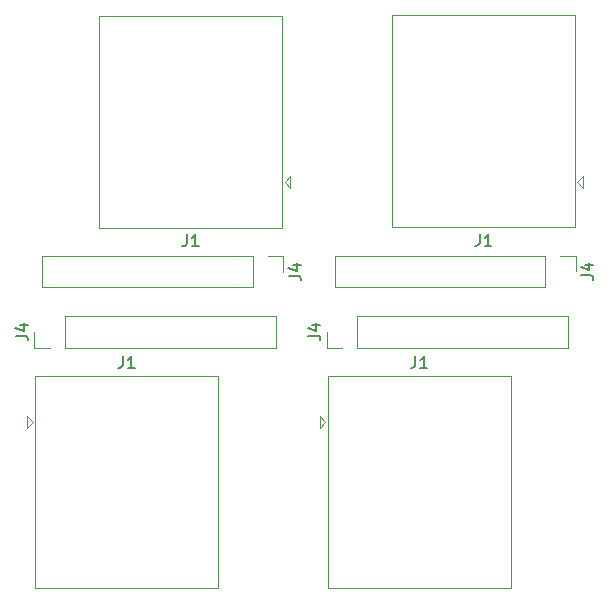
<source format=gbr>
%TF.GenerationSoftware,KiCad,Pcbnew,7.0.9*%
%TF.CreationDate,2024-06-08T10:48:36-04:00*%
%TF.ProjectId,8P breakout header,38502062-7265-4616-9b6f-757420686561,rev?*%
%TF.SameCoordinates,Original*%
%TF.FileFunction,Legend,Top*%
%TF.FilePolarity,Positive*%
%FSLAX46Y46*%
G04 Gerber Fmt 4.6, Leading zero omitted, Abs format (unit mm)*
G04 Created by KiCad (PCBNEW 7.0.9) date 2024-06-08 10:48:36*
%MOMM*%
%LPD*%
G01*
G04 APERTURE LIST*
%ADD10C,0.150000*%
%ADD11C,0.120000*%
G04 APERTURE END LIST*
D10*
X185064819Y-94968333D02*
X185779104Y-94968333D01*
X185779104Y-94968333D02*
X185921961Y-95015952D01*
X185921961Y-95015952D02*
X186017200Y-95111190D01*
X186017200Y-95111190D02*
X186064819Y-95254047D01*
X186064819Y-95254047D02*
X186064819Y-95349285D01*
X185398152Y-94063571D02*
X186064819Y-94063571D01*
X185017200Y-94301666D02*
X185731485Y-94539761D01*
X185731485Y-94539761D02*
X185731485Y-93920714D01*
X194119166Y-96689819D02*
X194119166Y-97404104D01*
X194119166Y-97404104D02*
X194071547Y-97546961D01*
X194071547Y-97546961D02*
X193976309Y-97642200D01*
X193976309Y-97642200D02*
X193833452Y-97689819D01*
X193833452Y-97689819D02*
X193738214Y-97689819D01*
X195119166Y-97689819D02*
X194547738Y-97689819D01*
X194833452Y-97689819D02*
X194833452Y-96689819D01*
X194833452Y-96689819D02*
X194738214Y-96832676D01*
X194738214Y-96832676D02*
X194642976Y-96927914D01*
X194642976Y-96927914D02*
X194547738Y-96975533D01*
X160299819Y-94968333D02*
X161014104Y-94968333D01*
X161014104Y-94968333D02*
X161156961Y-95015952D01*
X161156961Y-95015952D02*
X161252200Y-95111190D01*
X161252200Y-95111190D02*
X161299819Y-95254047D01*
X161299819Y-95254047D02*
X161299819Y-95349285D01*
X160633152Y-94063571D02*
X161299819Y-94063571D01*
X160252200Y-94301666D02*
X160966485Y-94539761D01*
X160966485Y-94539761D02*
X160966485Y-93920714D01*
X169354166Y-96689819D02*
X169354166Y-97404104D01*
X169354166Y-97404104D02*
X169306547Y-97546961D01*
X169306547Y-97546961D02*
X169211309Y-97642200D01*
X169211309Y-97642200D02*
X169068452Y-97689819D01*
X169068452Y-97689819D02*
X168973214Y-97689819D01*
X170354166Y-97689819D02*
X169782738Y-97689819D01*
X170068452Y-97689819D02*
X170068452Y-96689819D01*
X170068452Y-96689819D02*
X169973214Y-96832676D01*
X169973214Y-96832676D02*
X169877976Y-96927914D01*
X169877976Y-96927914D02*
X169782738Y-96975533D01*
X208179819Y-89848333D02*
X208894104Y-89848333D01*
X208894104Y-89848333D02*
X209036961Y-89895952D01*
X209036961Y-89895952D02*
X209132200Y-89991190D01*
X209132200Y-89991190D02*
X209179819Y-90134047D01*
X209179819Y-90134047D02*
X209179819Y-90229285D01*
X208513152Y-88943571D02*
X209179819Y-88943571D01*
X208132200Y-89181666D02*
X208846485Y-89419761D01*
X208846485Y-89419761D02*
X208846485Y-88800714D01*
X199549166Y-86369819D02*
X199549166Y-87084104D01*
X199549166Y-87084104D02*
X199501547Y-87226961D01*
X199501547Y-87226961D02*
X199406309Y-87322200D01*
X199406309Y-87322200D02*
X199263452Y-87369819D01*
X199263452Y-87369819D02*
X199168214Y-87369819D01*
X200549166Y-87369819D02*
X199977738Y-87369819D01*
X200263452Y-87369819D02*
X200263452Y-86369819D01*
X200263452Y-86369819D02*
X200168214Y-86512676D01*
X200168214Y-86512676D02*
X200072976Y-86607914D01*
X200072976Y-86607914D02*
X199977738Y-86655533D01*
X183394819Y-89868333D02*
X184109104Y-89868333D01*
X184109104Y-89868333D02*
X184251961Y-89915952D01*
X184251961Y-89915952D02*
X184347200Y-90011190D01*
X184347200Y-90011190D02*
X184394819Y-90154047D01*
X184394819Y-90154047D02*
X184394819Y-90249285D01*
X183728152Y-88963571D02*
X184394819Y-88963571D01*
X183347200Y-89201666D02*
X184061485Y-89439761D01*
X184061485Y-89439761D02*
X184061485Y-88820714D01*
X174764166Y-86389819D02*
X174764166Y-87104104D01*
X174764166Y-87104104D02*
X174716547Y-87246961D01*
X174716547Y-87246961D02*
X174621309Y-87342200D01*
X174621309Y-87342200D02*
X174478452Y-87389819D01*
X174478452Y-87389819D02*
X174383214Y-87389819D01*
X175764166Y-87389819D02*
X175192738Y-87389819D01*
X175478452Y-87389819D02*
X175478452Y-86389819D01*
X175478452Y-86389819D02*
X175383214Y-86532676D01*
X175383214Y-86532676D02*
X175287976Y-86627914D01*
X175287976Y-86627914D02*
X175192738Y-86675533D01*
D11*
%TO.C,J4*%
X186610000Y-95965000D02*
X186610000Y-94635000D01*
X187940000Y-95965000D02*
X186610000Y-95965000D01*
X189210000Y-95965000D02*
X207050000Y-95965000D01*
X189210000Y-95965000D02*
X189210000Y-93305000D01*
X207050000Y-95965000D02*
X207050000Y-93305000D01*
X189210000Y-93305000D02*
X207050000Y-93305000D01*
%TO.C,J1*%
X186007500Y-101735000D02*
X186007500Y-102735000D01*
X186007500Y-102735000D02*
X186507500Y-102235000D01*
X186507500Y-102235000D02*
X186007500Y-101735000D01*
X186692500Y-98355000D02*
X186692500Y-116315000D01*
X186692500Y-116315000D02*
X202212500Y-116315000D01*
X202212500Y-98355000D02*
X186692500Y-98355000D01*
X202212500Y-98355000D02*
X202212500Y-116315000D01*
%TO.C,J4*%
X161845000Y-95965000D02*
X161845000Y-94635000D01*
X163175000Y-95965000D02*
X161845000Y-95965000D01*
X164445000Y-95965000D02*
X182285000Y-95965000D01*
X164445000Y-95965000D02*
X164445000Y-93305000D01*
X182285000Y-95965000D02*
X182285000Y-93305000D01*
X164445000Y-93305000D02*
X182285000Y-93305000D01*
%TO.C,J1*%
X161242500Y-101735000D02*
X161242500Y-102735000D01*
X161242500Y-102735000D02*
X161742500Y-102235000D01*
X161742500Y-102235000D02*
X161242500Y-101735000D01*
X161927500Y-98355000D02*
X161927500Y-116315000D01*
X161927500Y-116315000D02*
X177447500Y-116315000D01*
X177447500Y-98355000D02*
X161927500Y-98355000D01*
X177447500Y-98355000D02*
X177447500Y-116315000D01*
%TO.C,J4*%
X207725000Y-88185000D02*
X207725000Y-89515000D01*
X206395000Y-88185000D02*
X207725000Y-88185000D01*
X205125000Y-88185000D02*
X187285000Y-88185000D01*
X205125000Y-88185000D02*
X205125000Y-90845000D01*
X187285000Y-88185000D02*
X187285000Y-90845000D01*
X205125000Y-90845000D02*
X187285000Y-90845000D01*
%TO.C,J1*%
X208327500Y-82415000D02*
X208327500Y-81415000D01*
X208327500Y-81415000D02*
X207827500Y-81915000D01*
X207827500Y-81915000D02*
X208327500Y-82415000D01*
X207642500Y-85795000D02*
X207642500Y-67835000D01*
X207642500Y-67835000D02*
X192122500Y-67835000D01*
X192122500Y-85795000D02*
X207642500Y-85795000D01*
X192122500Y-85795000D02*
X192122500Y-67835000D01*
%TO.C,J4*%
X182940000Y-88205000D02*
X182940000Y-89535000D01*
X181610000Y-88205000D02*
X182940000Y-88205000D01*
X180340000Y-88205000D02*
X162500000Y-88205000D01*
X180340000Y-88205000D02*
X180340000Y-90865000D01*
X162500000Y-88205000D02*
X162500000Y-90865000D01*
X180340000Y-90865000D02*
X162500000Y-90865000D01*
%TO.C,J1*%
X183542500Y-82435000D02*
X183542500Y-81435000D01*
X183542500Y-81435000D02*
X183042500Y-81935000D01*
X183042500Y-81935000D02*
X183542500Y-82435000D01*
X182857500Y-85815000D02*
X182857500Y-67855000D01*
X182857500Y-67855000D02*
X167337500Y-67855000D01*
X167337500Y-85815000D02*
X182857500Y-85815000D01*
X167337500Y-85815000D02*
X167337500Y-67855000D01*
%TD*%
M02*

</source>
